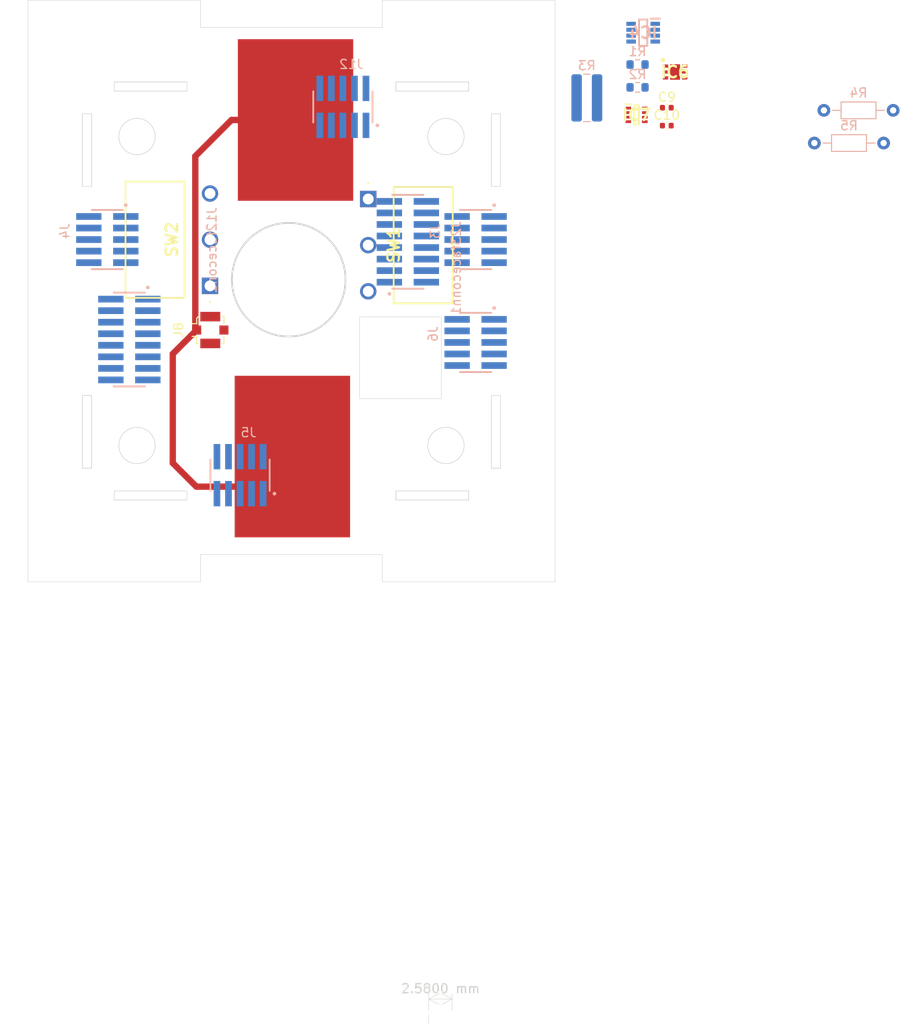
<source format=kicad_pcb>
(kicad_pcb (version 20221018) (generator pcbnew)
  (layers (0 "F.Cu" signal) (31 "B.Cu" signal) (34 "B.Paste" user) (35 "F.Paste" user) (36 "B.SilkS" user "B.Silkscreen") (37 "F.SilkS" user "F.Silkscreen") (38 "B.Mask" user) (39 "F.Mask" user) (44 "Edge.Cuts" user))
  (net 0 "")
  (net 1 "GND")
  (net 2 "+1V8")
  (net 3 "VMPPT")
  (net 4 "Battery +")
  (net 5 "SCL(1)")
  (net 6 "SDA(1)")
  (net 7 "SCL(2)")
  (net 8 "SDA(2) ")
  (net 12 "SDA(2)")
  (net 13 "PWM1(1)")
  (net 14 "PWM1(2)")
  (net 15 "PWM2(1)")
  (net 16 "1.8V")
  (net 17 "DRV ENABLE 3")
  (net 18 "DRV ENABLE 2")
  (net 19 "DRV ENABLE 1")
  (net 20 "PWM2(5)")
  (net 21 "MPPT ENABLE ")
  (net 22 "PWM1(5)")
  (net 23 "DRV ENABLE 5")
  (net 24 "PWM2(2) ")
  (net 25 "PWM1(3)")
  (net 26 "PWM2(3)")
  (net 27 "PWM1(4)")
  (net 28 "PWM2(4)")
  (net 29 "DRV ENABLE 4")
  (net 30 "RF ANTENNA")
  (net 31 "Net-(Q1-E)")
  (net 32 "Net-(Q1-B)")
  (net 33 "Net-(Q2-E)")
  (net 34 "Net-(Q2-B)")
  (net 35 "MCU ENABLE 2")
  (net 36 "MCU ENABLE 1")
  (net 37 "VBAT+")
  (footprint "Light:SOTFL50P190X60-8N" (layer "F.Cu") (at 179.975 31.618)
    (fp_text reference "IC7" (at 0 0) (layer "F.SilkS") (effects (font (size 1.27 1.27) (thickness 0.254))))
    (fp_text value "OPT4048DTSR" hide)
    (fp_line (start -1.22 -1.15) (end -0.6 -1.15) (stroke (width 0.2)) (layer "F.SilkS"))
    (fp_line (start -0.25 -1.05) (end 0.25 -1.05) (stroke (width 0.2)) (layer "F.SilkS"))
    (fp_line (start -0.25 1.05) (end -0.25 -1.05) (stroke (width 0.2)) (layer "F.SilkS"))
    (fp_line (start 0.25 -1.05) (end 0.25 1.05) (stroke (width 0.2)) (layer "F.SilkS"))
    (fp_line (start 0.25 1.05) (end -0.25 1.05) (stroke (width 0.2)) (layer "F.SilkS"))
    (pad "1" smd rect (at -0.91 -0.75 90) (size 0.3 0.62) (layers "F.Cu" "F.Paste" "F.Mask") (net 2 "+1V8"))
    (pad "2" smd rect (at -0.91 -0.25 90) (size 0.3 0.62) (layers "F.Cu" "F.Paste" "F.Mask") (net 1 "GND"))
    (pad "3" smd rect (at -0.91 0.25 90) (size 0.3 0.62) (layers "F.Cu" "F.Paste" "F.Mask"))
    (pad "4" smd rect (at -0.91 0.75 90) (size 0.3 0.62) (layers "F.Cu" "F.Paste" "F.Mask") (net 1 "GND"))
    (pad "5" smd rect (at 0.91 0.75 90) (size 0.3 0.62) (layers "F.Cu" "F.Paste" "F.Mask") (net 7 "SCL(2)"))
    (pad "6" smd rect (at 0.91 0.25 90) (size 0.3 0.62) (layers "F.Cu" "F.Paste" "F.Mask"))
    (pad "7" smd rect (at 0.91 -0.25 90) (size 0.3 0.62) (layers "F.Cu" "F.Paste" "F.Mask"))
    (pad "8" smd rect (at 0.91 -0.75 90) (size 0.3 0.62) (layers "F.Cu" "F.Paste" "F.Mask") (net 12 "SDA(2)"))
  )
  (footprint "Capacitor_SMD:C_0402_1005Metric" (layer "F.Cu") (at 183.305 32.798)
    (fp_text reference "C10" (at 0 -1.16) (layer "F.SilkS"))
    (fp_text value "0.1uF")
    (fp_line (start -0.107836 -0.36) (end 0.107836 -0.36) (stroke (width 0.12)) (layer "F.SilkS"))
    (fp_line (start -0.107836 0.36) (end 0.107836 0.36) (stroke (width 0.12)) (layer "F.SilkS"))
    (pad "1" smd roundrect (at -0.48 0) (size 0.56 0.62) (layers "F.Cu" "F.Paste" "F.Mask") (net 1 "GND"))
    (pad "2" smd roundrect (at 0.48 0) (size 0.56 0.62) (layers "F.Cu" "F.Paste" "F.Mask") (net 2 "+1V8"))
  )
  (footprint "Connector_Coaxial:U.FL_Molex_MCRF_73412-0110_Vertical" (layer "F.Cu") (at 133.068 55.294 -90)
    (fp_text reference "J8" (at 0 3.5 -270) (layer "F.SilkS"))
    (fp_text value "Conn_Coaxial")
    (fp_line (start -1.5 -1.5) (end -0.7 -1.5) (stroke (width 0.12)) (layer "F.SilkS"))
    (fp_line (start -1.5 -1.3) (end -1.5 -1.5) (stroke (width 0.12)) (layer "F.SilkS"))
    (fp_line (start -1.3 1.5) (end -1.5 1.3) (stroke (width 0.12)) (layer "F.SilkS"))
    (fp_line (start -0.7 1.5) (end -1.3 1.5) (stroke (width 0.12)) (layer "F.SilkS"))
    (fp_line (start -0.7 1.5) (end -0.7 2) (stroke (width 0.12)) (layer "F.SilkS"))
    (fp_line (start 0.7 -1.5) (end 1.5 -1.5) (stroke (width 0.12)) (layer "F.SilkS"))
    (fp_line (start 0.7 1.5) (end 0.7 2) (stroke (width 0.12)) (layer "F.SilkS"))
    (fp_line (start 1.5 -1.5) (end 1.5 -1.3) (stroke (width 0.12)) (layer "F.SilkS"))
    (fp_line (start 1.5 1.3) (end 1.5 1.5) (stroke (width 0.12)) (layer "F.SilkS"))
    (fp_line (start 1.5 1.5) (end 0.7 1.5) (stroke (width 0.12)) (layer "F.SilkS"))
    (pad "1" smd rect (at 0 1.5 270) (size 1 1) (layers "F.Cu" "F.Paste" "F.Mask") (net 30 "RF ANTENNA"))
    (pad "2" smd rect (at -1.475 0 270) (size 1.05 2.2) (layers "F.Cu" "F.Paste" "F.Mask") (net 1 "GND"))
    (pad "2" smd rect (at 0 -1.5 270) (size 1 1) (layers "F.Cu" "F.Paste" "F.Mask") (net 1 "GND"))
    (pad "2" smd rect (at 1.475 0 270) (size 1.05 2.2) (layers "F.Cu" "F.Paste" "F.Mask") (net 1 "GND"))
  )
  (footprint "Switch:D2FA1" (layer "F.Cu") (at 133.035 50.432 90)
    (fp_text reference "SW2" (at 5.08 -4.2 90) (layer "F.SilkS") (effects (font (size 1.27 1.27) (thickness 0.254))))
    (fp_text value "SW_SPDT" hide)
    (fp_line (start -1.8 0) (end -1.8 0) (stroke (width 0.1)) (layer "F.SilkS"))
    (fp_line (start -1.7 0) (end -1.7 0) (stroke (width 0.1)) (layer "F.SilkS"))
    (fp_line (start -1.32 -9.3) (end 11.48 -9.3) (stroke (width 0.2)) (layer "F.SilkS"))
    (fp_line (start -1.32 -2.8) (end -1.32 -9.3) (stroke (width 0.2)) (layer "F.SilkS"))
    (fp_line (start 11.48 -9.3) (end 11.48 -2.8) (stroke (width 0.2)) (layer "F.SilkS"))
    (fp_line (start 11.48 -2.8) (end -1.32 -2.8) (stroke (width 0.2)) (layer "F.SilkS"))
    (fp_arc (start -1.8 0) (mid -1.75 -0.05) (end -1.7 0) (stroke (width 0.1)) (layer "F.SilkS"))
    (fp_arc (start -1.7 0) (mid -1.75 0.05) (end -1.8 0) (stroke (width 0.1)) (layer "F.SilkS"))
    (pad "1" thru_hole rect (at 0 0 90) (size 1.8 1.8) (drill 1.2) (layers "*.Cu" "*.Mask") (net 4 "Battery +"))
    (pad "2" thru_hole circle (at 5.08 0 90) (size 1.8 1.8) (drill 1.2) (layers "*.Cu" "*.Mask") (net 37 "VBAT+"))
    (pad "3" thru_hole circle (at 10.16 0 90) (size 1.8 1.8) (drill 1.2) (layers "*.Cu" "*.Mask"))
  )
  (footprint "PICO TRANSISTOR:antenna" (layer "F.Cu") (at 142.1 67.95 -90)
    (fp_text reference "U2" hide)
    (fp_text value "~")
    (pad "1" smd rect (at 1.27 0 270) (size 17.78 12.7) (layers "F.Cu" "F.Paste" "F.Mask") (net 30 "RF ANTENNA"))
  )
  (footprint "Switch:D2FA1" (layer "F.Cu") (at 150.448 40.876 -90)
    (fp_text reference locked "SW1" (at 5.08 -2.8 90) (layer "F.SilkS") (effects (font (size 1.27 1.27) (thickness 0.254))))
    (fp_text value "SW_SPDT" hide)
    (fp_line (start -1.8 0) (end -1.8 0) (stroke (width 0.1)) (layer "F.SilkS"))
    (fp_line (start -1.7 0) (end -1.7 0) (stroke (width 0.1)) (layer "F.SilkS"))
    (fp_line (start -1.32 -9.3) (end 11.48 -9.3) (stroke (width 0.2)) (layer "F.SilkS"))
    (fp_line (start -1.32 -2.8) (end -1.32 -9.3) (stroke (width 0.2)) (layer "F.SilkS"))
    (fp_line (start 11.48 -9.3) (end 11.48 -2.8) (stroke (width 0.2)) (layer "F.SilkS"))
    (fp_line (start 11.48 -2.8) (end -1.32 -2.8) (stroke (width 0.2)) (layer "F.SilkS"))
    (fp_arc (start -1.8 0) (mid -1.75 -0.05) (end -1.7 0) (stroke (width 0.1)) (layer "F.SilkS"))
    (fp_arc (start -1.7 0) (mid -1.75 0.05) (end -1.8 0) (stroke (width 0.1)) (layer "F.SilkS"))
    (pad "1" thru_hole rect (at 0 0 270) (size 1.8 1.8) (drill 1.2) (layers "*.Cu" "*.Mask") (net 4 "Battery +"))
    (pad "2" thru_hole circle (at 5.08 0 270) (size 1.8 1.8) (drill 1.2) (layers "*.Cu" "*.Mask") (net 37 "VBAT+"))
    (pad "3" thru_hole circle (at 10.16 0 270) (size 1.8 1.8) (drill 1.2) (layers "*.Cu" "*.Mask"))
  )
  (footprint "PICO TRANSISTOR:antenna" (layer "F.Cu") (at 142.45 33.45 90)
    (fp_text reference "U2" hide)
    (fp_text value "~")
    (pad "1" smd rect (at 1.27 0 90) (size 17.78 12.7) (layers "F.Cu" "F.Paste" "F.Mask") (net 30 "RF ANTENNA"))
  )
  (footprint "Temp:SON65P200X200X80-7N" (layer "F.Cu") (at 184.215 26.898)
    (fp_text reference "IC6" (at 0 0) (layer "F.SilkS") (effects (font (size 1.27 1.27) (thickness 0.254))))
    (fp_text value "TMP117MAIDRVR" hide)
    (fp_circle (center -1.35 -1.325) (end -1.35 -1.2) (stroke (width 0.25)) (fill none) (layer "F.SilkS"))
    (pad "1" smd rect (at -1.05 -0.65 90) (size 0.35 0.6) (layers "F.Cu" "F.Paste" "F.Mask") (net 7 "SCL(2)"))
    (pad "2" smd rect (at -1.05 0 90) (size 0.35 0.6) (layers "F.Cu" "F.Paste" "F.Mask") (net 1 "GND"))
    (pad "3" smd rect (at -1.05 0.65 90) (size 0.35 0.6) (layers "F.Cu" "F.Paste" "F.Mask") (net 1 "GND"))
    (pad "4" smd rect (at 1.05 0.65 90) (size 0.35 0.6) (layers "F.Cu" "F.Paste" "F.Mask") (net 1 "GND"))
    (pad "5" smd rect (at 1.05 0 90) (size 0.35 0.6) (layers "F.Cu" "F.Paste" "F.Mask") (net 2 "+1V8"))
    (pad "6" smd rect (at 1.05 -0.65 90) (size 0.35 0.6) (layers "F.Cu" "F.Paste" "F.Mask") (net 8 "SDA(2) "))
    (pad "7" smd rect (at 0 0) (size 1.1 1.7) (layers "F.Cu" "F.Paste" "F.Mask") (net 1 "GND"))
  )
  (footprint "Capacitor_SMD:C_0402_1005Metric" (layer "F.Cu") (at 183.305 30.828)
    (fp_text reference "C9" (at 0 -1.16) (layer "F.SilkS"))
    (fp_text value "0.1uF")
    (fp_line (start -0.107836 -0.36) (end 0.107836 -0.36) (stroke (width 0.12)) (layer "F.SilkS"))
    (fp_line (start -0.107836 0.36) (end 0.107836 0.36) (stroke (width 0.12)) (layer "F.SilkS"))
    (pad "1" smd roundrect (at -0.48 0) (size 0.56 0.62) (layers "F.Cu" "F.Paste" "F.Mask") (net 1 "GND"))
    (pad "2" smd roundrect (at 0.48 0) (size 0.56 0.62) (layers "F.Cu" "F.Paste" "F.Mask") (net 2 "+1V8"))
  )
  (footprint "FTSH-105-01-L-DV:SAMTEC_FTSH-105-XX-X-DV" (layer "B.Cu") (at 147.66 30.735 180)
    (fp_text reference "J12" (at -0.931 4.681) (layer "B.SilkS") (effects (justify mirror)))
    (fp_text value "FTSH-105-XX-X-DV")
    (fp_line (start -3.26 1.715) (end -3.26 -1.715) (stroke (width 0.2)) (layer "B.SilkS"))
    (fp_line (start 3.26 -1.715) (end 3.26 1.715) (stroke (width 0.2)) (layer "B.SilkS"))
    (fp_circle (center -3.79 -2.035) (end -3.69 -2.035) (stroke (width 0.2)) (fill none) (layer "B.SilkS"))
    (pad "01" smd rect locked (at -2.54 -2.035 180) (size 0.74 2.79) (layers "B.Cu" "B.Paste" "B.Mask") (net 27 "PWM1(4)"))
    (pad "02" smd rect locked (at -2.54 2.035 180) (size 0.74 2.79) (layers "B.Cu" "B.Paste" "B.Mask") (net 28 "PWM2(4)"))
    (pad "03" smd rect locked (at -1.27 -2.035 180) (size 0.74 2.79) (layers "B.Cu" "B.Paste" "B.Mask") (net 4 "Battery +"))
    (pad "04" smd rect locked (at -1.27 2.035 180) (size 0.74 2.79) (layers "B.Cu" "B.Paste" "B.Mask") (net 29 "DRV ENABLE 4"))
    (pad "05" smd rect locked (at 0 -2.035 180) (size 0.74 2.79) (layers "B.Cu" "B.Paste" "B.Mask") (net 6 "SDA(1)"))
    (pad "06" smd rect locked (at 0 2.035 180) (size 0.74 2.79) (layers "B.Cu" "B.Paste" "B.Mask") (net 21 "MPPT ENABLE "))
    (pad "07" smd rect locked (at 1.27 -2.035 180) (size 0.74 2.79) (layers "B.Cu" "B.Paste" "B.Mask") (net 16 "1.8V"))
    (pad "08" smd rect locked (at 1.27 2.035 180) (size 0.74 2.79) (layers "B.Cu" "B.Paste" "B.Mask") (net 5 "SCL(1)"))
    (pad "09" smd rect locked (at 2.54 -2.035 180) (size 0.74 2.79) (layers "B.Cu" "B.Paste" "B.Mask") (net 1 "GND"))
    (pad "10" smd rect locked (at 2.54 2.035 180) (size 0.74 2.79) (layers "B.Cu" "B.Paste" "B.Mask") (net 3 "VMPPT"))
  )
  (footprint "Resistor_THT:R_Axial_DIN0204_L3.6mm_D1.6mm_P7.62mm_Horizontal" (layer "B.Cu") (at 207.165 34.718 180)
    (fp_text reference "R5" (at 3.81 1.92) (layer "B.SilkS") (effects (justify mirror)))
    (fp_text value "R_Small_US")
    (fp_line (start 0.94 0) (end 1.89 0) (stroke (width 0.12)) (layer "B.SilkS"))
    (fp_line (start 1.89 -0.92) (end 5.73 -0.92) (stroke (width 0.12)) (layer "B.SilkS"))
    (fp_line (start 1.89 0.92) (end 1.89 -0.92) (stroke (width 0.12)) (layer "B.SilkS"))
    (fp_line (start 5.73 -0.92) (end 5.73 0.92) (stroke (width 0.12)) (layer "B.SilkS"))
    (fp_line (start 5.73 0.92) (end 1.89 0.92) (stroke (width 0.12)) (layer "B.SilkS"))
    (fp_line (start 6.68 0) (end 5.73 0) (stroke (width 0.12)) (layer "B.SilkS"))
    (pad "1" thru_hole circle (at 0 0 180) (size 1.4 1.4) (drill 0.7) (layers "*.Cu" "*.Mask") (net 33 "Net-(Q2-E)"))
    (pad "2" thru_hole oval (at 7.62 0 180) (size 1.4 1.4) (drill 0.7) (layers "*.Cu" "*.Mask") (net 1 "GND"))
  )
  (footprint "Curren sensro:SOP65P280X110-8N" (layer "B.Cu") (at 180.705 22.573 180)
    (fp_text reference "IC4" (at 0 0) (layer "B.SilkS") (effects (font (size 1.27 1.27) (thickness 0.254)) (justify mirror)))
    (fp_text value "INA236AIDDFR" hide)
    (fp_line (start -1.85 1.55) (end -0.8 1.55) (stroke (width 0.2)) (layer "B.SilkS"))
    (fp_line (start -0.45 -1.45) (end -0.45 1.45) (stroke (width 0.2)) (layer "B.SilkS"))
    (fp_line (start -0.45 1.45) (end 0.45 1.45) (stroke (width 0.2)) (layer "B.SilkS"))
    (fp_line (start 0.45 -1.45) (end -0.45 -1.45) (stroke (width 0.2)) (layer "B.SilkS"))
    (fp_line (start 0.45 1.45) (end 0.45 -1.45) (stroke (width 0.2)) (layer "B.SilkS"))
    (pad "1" smd rect (at -1.325 0.975 90) (size 0.45 1.05) (layers "B.Cu" "B.Paste" "B.Mask") (net 3 "VMPPT"))
    (pad "2" smd rect (at -1.325 0.325 90) (size 0.45 1.05) (layers "B.Cu" "B.Paste" "B.Mask") (net 4 "Battery +"))
    (pad "3" smd rect (at -1.325 -0.325 90) (size 0.45 1.05) (layers "B.Cu" "B.Paste" "B.Mask") (net 1 "GND"))
    (pad "4" smd rect (at -1.325 -0.975 90) (size 0.45 1.05) (layers "B.Cu" "B.Paste" "B.Mask") (net 2 "+1V8"))
    (pad "5" smd rect (at 1.325 -0.975 90) (size 0.45 1.05) (layers "B.Cu" "B.Paste" "B.Mask") (net 5 "SCL(1)"))
    (pad "6" smd rect (at 1.325 -0.325 90) (size 0.45 1.05) (layers "B.Cu" "B.Paste" "B.Mask") (net 6 "SDA(1)"))
    (pad "7" smd rect (at 1.325 0.325 90) (size 0.45 1.05) (layers "B.Cu" "B.Paste" "B.Mask") (net 1 "GND"))
    (pad "8" smd rect (at 1.325 0.975 90) (size 0.45 1.05) (layers "B.Cu" "B.Paste" "B.Mask") (net 1 "GND"))
  )
  (footprint "Header:SAMTEC_FTSH-105-XX-X-DV" (layer "B.Cu") (at 162.265 56.66 -90)
    (fp_text reference "J6" (at -0.931 4.681 90) (layer "B.SilkS") (effects (justify mirror)))
    (fp_text value "FTSH-105-XX-X-DV")
    (fp_line (start -3.26 1.715) (end -3.26 -1.715) (stroke (width 0.2)) (layer "B.SilkS"))
    (fp_line (start 3.26 -1.715) (end 3.26 1.715) (stroke (width 0.2)) (layer "B.SilkS"))
    (fp_circle (center -3.79 -2.035) (end -3.69 -2.035) (stroke (width 0.2)) (fill none) (layer "B.SilkS"))
    (pad "01" smd rect locked (at -2.54 -2.035 270) (size 0.74 2.79) (layers "B.Cu" "B.Paste" "B.Mask") (net 25 "PWM1(3)"))
    (pad "02" smd rect locked (at -2.54 2.035 270) (size 0.74 2.79) (layers "B.Cu" "B.Paste" "B.Mask") (net 26 "PWM2(3)"))
    (pad "03" smd rect locked (at -1.27 -2.035 270) (size 0.74 2.79) (layers "B.Cu" "B.Paste" "B.Mask") (net 4 "Battery +"))
    (pad "04" smd rect locked (at -1.27 2.035 270) (size 0.74 2.79) (layers "B.Cu" "B.Paste" "B.Mask") (net 17 "DRV ENABLE 3"))
    (pad "05" smd rect locked (at 0 -2.035 270) (size 0.74 2.79) (layers "B.Cu" "B.Paste" "B.Mask") (net 6 "SDA(1)"))
    (pad "06" smd rect locked (at 0 2.035 270) (size 0.74 2.79) (layers "B.Cu" "B.Paste" "B.Mask") (net 21 "MPPT ENABLE "))
    (pad "07" smd rect locked (at 1.27 -2.035 270) (size 0.74 2.79) (layers "B.Cu" "B.Paste" "B.Mask") (net 16 "1.8V"))
    (pad "08" smd rect locked (at 1.27 2.035 270) (size 0.74 2.79) (layers "B.Cu" "B.Paste" "B.Mask") (net 5 "SCL(1)"))
    (pad "09" smd rect locked (at 2.54 -2.035 270) (size 0.74 2.79) (layers "B.Cu" "B.Paste" "B.Mask") (net 1 "GND"))
    (pad "10" smd rect locked (at 2.54 2.035 270) (size 0.74 2.79) (layers "B.Cu" "B.Paste" "B.Mask") (net 3 "VMPPT"))
  )
  (footprint "Header:SAMTEC_FTSH-105-XX-X-DV" (layer "B.Cu") (at 162.265 45.34 -90)
    (fp_text reference "J3" (at -0.931 4.431 90) (layer "B.SilkS") (effects (justify mirror)))
    (fp_text value "FTSH-105-XX-X-DV")
    (fp_line (start -3.26 1.715) (end -3.26 -1.715) (stroke (width 0.2)) (layer "B.SilkS"))
    (fp_line (start 3.26 -1.715) (end 3.26 1.715) (stroke (width 0.2)) (layer "B.SilkS"))
    (fp_circle (center -3.79 -2.035) (end -3.69 -2.035) (stroke (width 0.2)) (fill none) (layer "B.SilkS"))
    (pad "01" smd rect locked (at -2.54 -2.035 270) (size 0.74 2.79) (layers "B.Cu" "B.Paste" "B.Mask") (net 22 "PWM1(5)"))
    (pad "02" smd rect locked (at -2.54 2.035 270) (size 0.74 2.79) (layers "B.Cu" "B.Paste" "B.Mask") (net 20 "PWM2(5)"))
    (pad "03" smd rect locked (at -1.27 -2.035 270) (size 0.74 2.79) (layers "B.Cu" "B.Paste" "B.Mask") (net 4 "Battery +"))
    (pad "04" smd rect locked (at -1.27 2.035 270) (size 0.74 2.79) (layers "B.Cu" "B.Paste" "B.Mask") (net 23 "DRV ENABLE 5"))
    (pad "05" smd rect locked (at 0 -2.035 270) (size 0.74 2.79) (layers "B.Cu" "B.Paste" "B.Mask") (net 12 "SDA(2)"))
    (pad "06" smd rect locked (at 0 2.035 270) (size 0.74 2.79) (layers "B.Cu" "B.Paste" "B.Mask") (net 21 "MPPT ENABLE "))
    (pad "07" smd rect locked (at 1.27 -2.035 270) (size 0.74 2.79) (layers "B.Cu" "B.Paste" "B.Mask") (net 16 "1.8V"))
    (pad "08" smd rect locked (at 1.27 2.035 270) (size 0.74 2.79) (layers "B.Cu" "B.Paste" "B.Mask") (net 7 "SCL(2)"))
    (pad "09" smd rect locked (at 2.54 -2.035 270) (size 0.74 2.79) (layers "B.Cu" "B.Paste" "B.Mask") (net 1 "GND"))
    (pad "10" smd rect locked (at 2.54 2.035 270) (size 0.74 2.79) (layers "B.Cu" "B.Paste" "B.Mask") (net 3 "VMPPT"))
  )
  (footprint "Header:SAMTEC_FTSH-105-XX-X-DV" (layer "B.Cu") (at 136.34 71.265 180)
    (fp_text reference "J5" (at -0.931 4.681) (layer "B.SilkS") (effects (justify mirror)))
    (fp_text value "FTSH-105-XX-X-DV")
    (fp_line (start -3.26 1.715) (end -3.26 -1.715) (stroke (width 0.2)) (layer "B.SilkS"))
    (fp_line (start 3.26 -1.715) (end 3.26 1.715) (stroke (width 0.2)) (layer "B.SilkS"))
    (fp_circle (center -3.79 -2.035) (end -3.69 -2.035) (stroke (width 0.2)) (fill none) (layer "B.SilkS"))
    (pad "01" smd rect locked (at -2.54 -2.035 180) (size 0.74 2.79) (layers "B.Cu" "B.Paste" "B.Mask") (net 14 "PWM1(2)"))
    (pad "02" smd rect locked (at -2.54 2.035 180) (size 0.74 2.79) (layers "B.Cu" "B.Paste" "B.Mask") (net 24 "PWM2(2) "))
    (pad "03" smd rect locked (at -1.27 -2.035 180) (size 0.74 2.79) (layers "B.Cu" "B.Paste" "B.Mask") (net 4 "Battery +"))
    (pad "04" smd rect locked (at -1.27 2.035 180) (size 0.74 2.79) (layers "B.Cu" "B.Paste" "B.Mask") (net 18 "DRV ENABLE 2"))
    (pad "05" smd rect locked (at 0 -2.035 180) (size 0.74 2.79) (layers "B.Cu" "B.Paste" "B.Mask") (net 6 "SDA(1)"))
    (pad "06" smd rect locked (at 0 2.035 180) (size 0.74 2.79) (layers "B.Cu" "B.Paste" "B.Mask") (net 21 "MPPT ENABLE "))
    (pad "07" smd rect locked (at 1.27 -2.035 180) (size 0.74 2.79) (layers "B.Cu" "B.Paste" "B.Mask") (net 16 "1.8V"))
    (pad "08" smd rect locked (at 1.27 2.035 180) (size 0.74 2.79) (layers "B.Cu" "B.Paste" "B.Mask") (net 5 "SCL(1)"))
    (pad "09" smd rect locked (at 2.54 -2.035 180) (size 0.74 2.79) (layers "B.Cu" "B.Paste" "B.Mask") (net 1 "GND"))
    (pad "10" smd rect locked (at 2.54 2.035 180) (size 0.74 2.79) (layers "B.Cu" "B.Paste" "B.Mask") (net 3 "VMPPT"))
  )
  (footprint "Resistor_SMD:R_0603_1608Metric" (layer "B.Cu") (at 180.085 28.588 180)
    (fp_text reference "R2" (at 0 1.43) (layer "B.SilkS") (effects (justify mirror)))
    (fp_text value "R_Small_US")
    (fp_line (start -0.237258 -0.5225) (end 0.237258 -0.5225) (stroke (width 0.12)) (layer "B.SilkS"))
    (fp_line (start -0.237258 0.5225) (end 0.237258 0.5225) (stroke (width 0.12)) (layer "B.SilkS"))
    (pad "1" smd roundrect (at -0.825 0 180) (size 0.8 0.95) (layers "B.Cu" "B.Paste" "B.Mask") (net 36 "MCU ENABLE 1"))
    (pad "2" smd roundrect (at 0.825 0 180) (size 0.8 0.95) (layers "B.Cu" "B.Paste" "B.Mask") (net 34 "Net-(Q2-B)"))
  )
  (footprint "Resistor_THT:R_Axial_DIN0204_L3.6mm_D1.6mm_P7.62mm_Horizontal" (layer "B.Cu") (at 208.215 31.118 180)
    (fp_text reference "R4" (at 3.81 1.92) (layer "B.SilkS") (effects (justify mirror)))
    (fp_text value "R_Small_US")
    (fp_line (start 0.94 0) (end 1.89 0) (stroke (width 0.12)) (layer "B.SilkS"))
    (fp_line (start 1.89 -0.92) (end 5.73 -0.92) (stroke (width 0.12)) (layer "B.SilkS"))
    (fp_line (start 1.89 0.92) (end 1.89 -0.92) (stroke (width 0.12)) (layer "B.SilkS"))
    (fp_line (start 5.73 -0.92) (end 5.73 0.92) (stroke (width 0.12)) (layer "B.SilkS"))
    (fp_line (start 5.73 0.92) (end 1.89 0.92) (stroke (width 0.12)) (layer "B.SilkS"))
    (fp_line (start 6.68 0) (end 5.73 0) (stroke (width 0.12)) (layer "B.SilkS"))
    (pad "1" thru_hole circle (at 0 0 180) (size 1.4 1.4) (drill 0.7) (layers "*.Cu" "*.Mask") (net 31 "Net-(Q1-E)"))
    (pad "2" thru_hole oval (at 7.62 0 180) (size 1.4 1.4) (drill 0.7) (layers "*.Cu" "*.Mask") (net 1 "GND"))
  )
  (footprint "Header:SAMTEC_FTSH-105-XX-X-DV" (layer "B.Cu") (at 121.735 45.34 -90)
    (fp_text reference "J4" (at -0.931 4.681 90) (layer "B.SilkS") (effects (justify mirror)))
    (fp_text value "FTSH-105-XX-X-DV")
    (fp_line (start -3.26 1.715) (end -3.26 -1.715) (stroke (width 0.2)) (layer "B.SilkS"))
    (fp_line (start 3.26 -1.715) (end 3.26 1.715) (stroke (width 0.2)) (layer "B.SilkS"))
    (fp_circle (center -3.79 -2.035) (end -3.69 -2.035) (stroke (width 0.2)) (fill none) (layer "B.SilkS"))
    (pad "01" smd rect locked (at -2.54 -2.035 270) (size 0.74 2.79) (layers "B.Cu" "B.Paste" "B.Mask") (net 13 "PWM1(1)"))
    (pad "02" smd rect locked (at -2.54 2.035 270) (size 0.74 2.79) (layers "B.Cu" "B.Paste" "B.Mask") (net 15 "PWM2(1)"))
    (pad "03" smd rect locked (at -1.27 -2.035 270) (size 0.74 2.79) (layers "B.Cu" "B.Paste" "B.Mask") (net 4 "Battery +"))
    (pad "04" smd rect locked (at -1.27 2.035 270) (size 0.74 2.79) (layers "B.Cu" "B.Paste" "B.Mask") (net 19 "DRV ENABLE 1"))
    (pad "05" smd rect locked (at 0 -2.035 270) (size 0.74 2.79) (layers "B.Cu" "B.Paste" "B.Mask") (net 6 "SDA(1)"))
    (pad "06" smd rect locked (at 0 2.035 270) (size 0.74 2.79) (layers "B.Cu" "B.Paste" "B.Mask") (net 21 "MPPT ENABLE "))
    (pad "07" smd rect locked (at 1.27 -2.035 270) (size 0.74 2.79) (layers "B.Cu" "B.Paste" "B.Mask") (net 16 "1.8V"))
    (pad "08" smd rect locked (at 1.27 2.035 270) (size 0.74 2.79) (layers "B.Cu" "B.Paste" "B.Mask") (net 5 "SCL(1)"))
    (pad "09" smd rect locked (at 2.54 -2.035 270) (size 0.74 2.79) (layers "B.Cu" "B.Paste" "B.Mask") (net 1 "GND"))
    (pad "10" smd rect locked (at 2.54 2.035 270) (size 0.74 2.79) (layers "B.Cu" "B.Paste" "B.Mask") (net 3 "VMPPT"))
  )
  (footprint "Resistor_SMD:R_1020_2550Metric" (layer "B.Cu") (at 174.505 29.748 180)
    (fp_text reference "R3" (at 0 3.55) (layer "B.SilkS") (effects (justify mirror)))
    (fp_text value "20m")
    (fp_line (start -0.361252 -2.61) (end 0.361252 -2.61) (stroke (width 0.12)) (layer "B.SilkS"))
    (fp_line (start -0.361252 2.61) (end 0.361252 2.61) (stroke (width 0.12)) (layer "B.SilkS"))
    (pad "1" smd roundrect (at -1.125 0 180) (size 1.15 5.2) (layers "B.Cu" "B.Paste" "B.Mask") (roundrect_rratio 0.217391) (net 3 "VMPPT"))
    (pad "2" smd roundrect (at 1.125 0 180) (size 1.15 5.2) (layers "B.Cu" "B.Paste" "B.Mask") (roundrect_rratio 0.217391) (net 4 "Battery +"))
  )
  (footprint "Resistor_SMD:R_0603_1608Metric" (layer "B.Cu") (at 180.085 26.078 180)
    (fp_text reference "R1" (at 0 1.43) (layer "B.SilkS") (effects (justify mirror)))
    (fp_text value "R_Small_US")
    (fp_line (start -0.237258 -0.5225) (end 0.237258 -0.5225) (stroke (width 0.12)) (layer "B.SilkS"))
    (fp_line (start -0.237258 0.5225) (end 0.237258 0.5225) (stroke (width 0.12)) (layer "B.SilkS"))
    (pad "1" smd roundrect (at -0.825 0 180) (size 0.8 0.95) (layers "B.Cu" "B.Paste" "B.Mask") (net 35 "MCU ENABLE 2"))
    (pad "2" smd roundrect (at 0.825 0 180) (size 0.8 0.95) (layers "B.Cu" "B.Paste" "B.Mask") (net 32 "Net-(Q1-B)"))
  )
  (footprint "baseplate to pt b:SAMTEC_FW-08-03-G-D-335-065" (layer "B.Cu") (at 124.16 56.3385 -90)
    (fp_text reference "J12facecon1" (at -9.815591 -9.081591 90) (layer "B.SilkS") (effects (justify mirror)))
    (fp_text value "FLE-108-01-XX-DV")
    (fp_line (start -5.165 -1.715) (end -5.165 1.715) (stroke (width 0.2)) (layer "B.SilkS"))
    (fp_line (start 5.165 1.715) (end 5.165 -1.715) (stroke (width 0.2)) (layer "B.SilkS"))
    (fp_circle (center -5.73 -2.035) (end -5.63 -2.035) (stroke (width 0.2)) (fill none) (layer "B.SilkS"))
    (pad "01" smd rect (at -4.445 -2.035 270) (size 0.74 2.79) (layers "B.Cu" "B.Paste" "B.Mask") (net 19 "DRV ENABLE 1"))
    (pad "02" smd rect (at -4.445 2.035 270) (size 0.74 2.79) (layers "B.Cu" "B.Paste" "B.Mask") (net 5 "SCL(1)"))
    (pad "03" smd rect (at -3.175 -2.035 270) (size 0.74 2.79) (layers "B.Cu" "B.Paste" "B.Mask") (net 18 "DRV ENABLE 2"))
    (pad "04" smd rect (at -3.175 2.035 270) (size 0.74 2.79) (layers "B.Cu" "B.Paste" "B.Mask") (net 6 "SDA(1)"))
    (pad "05" smd rect (at -1.905 -2.035 270) (size 0.74 2.79) (layers "B.Cu" "B.Paste" "B.Mask") (net 35 "MCU ENABLE 2"))
    (pad "06" smd rect (at -1.905 2.035 270) (size 0.74 2.79) (layers "B.Cu" "B.Paste" "B.Mask") (net 21 "MPPT ENABLE "))
    (pad "07" smd rect (at -0.635 -2.035 270) (size 0.74 2.79) (layers "B.Cu" "B.Paste" "B.Mask") (net 36 "MCU ENABLE 1"))
    (pad "08" smd rect (at -0.635 2.035 270) (size 0.74 2.79) (layers "B.Cu" "B.Paste" "B.Mask") (net 4 "Battery +"))
    (pad "09" smd rect (at 0.635 -2.035 270) (size 0.74 2.79) (layers "B.Cu" "B.Paste" "B.Mask") (net 24 "PWM2(2) "))
    (pad "10" smd rect (at 0.635 2.035 270) (size 0.74 2.79) (layers "B.Cu" "B.Paste" "B.Mask") (net 13 "PWM1(1)"))
    (pad "11" smd rect (at 1.905 -2.035 270) (size 0.74 2.79) (layers "B.Cu" "B.Paste" "B.Mask") (net 14 "PWM1(2)"))
    (pad "12" smd rect (at 1.905 2.035 270) (size 0.74 2.79) (layers "B.Cu" "B.Paste" "B.Mask") (net 15 "PWM2(1)"))
    (pad "13" smd rect (at 3.175 -2.035 270) (size 0.74 2.79) (layers "B.Cu" "B.Paste" "B.Mask") (net 4 "Battery +"))
    (pad "14" smd rect (at 3.175 2.035 270) (size 0.74 2.79) (layers "B.Cu" "B.Paste" "B.Mask") (net 16 "1.8V"))
    (pad "15" smd rect (at 4.445 -2.035 270) (size 0.74 2.79) (layers "B.Cu" "B.Paste" "B.Mask") (net 1 "GND"))
    (pad "16" smd rect (at 4.445 2.035 270) (size 0.74 2.79) (layers "B.Cu" "B.Paste" "B.Mask") (net 1 "GND"))
  )
  (footprint "baseplate to pt b:SAMTEC_FW-08-03-G-D-335-065" (layer "B.Cu") (at 154.809 45.583 90)
    (fp_text reference "J23faceconn1" (at -2.905 5.315 90) (layer "B.SilkS") (effects (justify mirror)))
    (fp_text value "FLE-108-01-XX-DV")
    (fp_line (start -5.165 -1.715) (end -5.165 1.715) (stroke (width 0.2)) (layer "B.SilkS"))
    (fp_line (start 5.165 1.715) (end 5.165 -1.715) (stroke (width 0.2)) (layer "B.SilkS"))
    (fp_circle (center -5.73 -2.035) (end -5.63 -2.035) (stroke (width 0.2)) (fill none) (layer "B.SilkS"))
    (pad "01" smd rect (at -4.445 -2.035 90) (size 0.74 2.79) (layers "B.Cu" "B.Paste" "B.Mask") (net 28 "PWM2(4)"))
    (pad "02" smd rect (at -4.445 2.035 90) (size 0.74 2.79) (layers "B.Cu" "B.Paste" "B.Mask") (net 25 "PWM1(3)"))
    (pad "03" smd rect (at -3.175 -2.035 90) (size 0.74 2.79) (layers "B.Cu" "B.Paste" "B.Mask") (net 27 "PWM1(4)"))
    (pad "04" smd rect (at -3.175 2.035 90) (size 0.74 2.79) (layers "B.Cu" "B.Paste" "B.Mask") (net 26 "PWM2(3)"))
    (pad "05" smd rect (at -1.905 -2.035 90) (size 0.74 2.79) (layers "B.Cu" "B.Paste" "B.Mask") (net 37 "VBAT+"))
    (pad "06" smd rect (at -1.905 2.035 90) (size 0.74 2.79) (layers "B.Cu" "B.Paste" "B.Mask") (net 23 "DRV ENABLE 5"))
    (pad "07" smd rect (at -0.635 -2.035 90) (size 0.74 2.79) (layers "B.Cu" "B.Paste" "B.Mask") (net 3 "VMPPT"))
    (pad "08" smd rect (at -0.635 2.035 90) (size 0.74 2.79) (layers "B.Cu" "B.Paste" "B.Mask") (net 29 "DRV ENABLE 4"))
    (pad "09" smd rect (at 0.635 -2.035 90) (size 0.74 2.79) (layers "B.Cu" "B.Paste" "B.Mask") (net 22 "PWM1(5)"))
    (pad "10" smd rect (at 0.635 2.035 90) (size 0.74 2.79) (layers "B.Cu" "B.Paste" "B.Mask") (net 17 "DRV ENABLE 3"))
    (pad "11" smd rect (at 1.905 -2.035 90) (size 0.74 2.79) (layers "B.Cu" "B.Paste" "B.Mask") (net 16 "1.8V"))
    (pad "12" smd rect (at 1.905 2.035 90) (size 0.74 2.79) (layers "B.Cu" "B.Paste" "B.Mask") (net 7 "SCL(2)"))
    (pad "13" smd rect (at 3.175 -2.035 90) (size 0.74 2.79) (layers "B.Cu" "B.Paste" "B.Mask") (net 1 "GND"))
    (pad "14" smd rect (at 3.175 2.035 90) (size 0.74 2.79) (layers "B.Cu" "B.Paste" "B.Mask") (net 12 "SDA(2)"))
    (pad "15" smd rect (at 4.445 -2.035 90) (size 0.74 2.79) (layers "B.Cu" "B.Paste" "B.Mask") (net 1 "GND"))
    (pad "16" smd rect (at 4.445 2.035 90) (size 0.74 2.79) (layers "B.Cu" "B.Paste" "B.Mask") (net 20 "PWM2(5)"))
  )
  (gr_line (start 122.5 28) (end 130.5 28) (stroke (width 0.05)) (layer "Edge.Cuts"))
  (gr_line (start 153.5 73) (end 161.5 73) (stroke (width 0.05)) (layer "Edge.Cuts"))
  (gr_line (start 132 19) (end 113 19) (stroke (width 0.05)) (layer "Edge.Cuts"))
  (gr_line (start 130.5 74) (end 122.5 74) (stroke (width 0.05)) (layer "Edge.Cuts"))
  (gr_line (start 130.5 29) (end 122.5 29) (stroke (width 0.05)) (layer "Edge.Cuts"))
  (gr_line (start 165 31.5) (end 165 39.5) (stroke (width 0.05)) (layer "Edge.Cuts"))
  (gr_line (start 120 70.5) (end 119 70.5) (stroke (width 0.05)) (layer "Edge.Cuts"))
  (gr_line (start 119 31.5) (end 120 31.5) (stroke (width 0.05)) (layer "Edge.Cuts"))
  (gr_line (start 161.5 29) (end 153.5 29) (stroke (width 0.05)) (layer "Edge.Cuts"))
  (gr_line (start 130.5 28) (end 130.5 29) (stroke (width 0.05)) (layer "Edge.Cuts"))
  (gr_line (start 164 39.5) (end 164 31.5) (stroke (width 0.05)) (layer "Edge.Cuts"))
  (gr_line (start 152 83) (end 171 83) (stroke (width 0.05)) (layer "Edge.Cuts"))
  (gr_circle (center 125 34) (end 127 34) (stroke (width 0.05)) (fill none) (layer "Edge.Cuts"))
  (gr_line (start 132 22) (end 132 19) (stroke (width 0.05)) (layer "Edge.Cuts"))
  (gr_line (start 153.5 74) (end 153.5 73) (stroke (width 0.05)) (layer "Edge.Cuts"))
  (gr_line (start 122.5 73) (end 130.5 73) (stroke (width 0.05)) (layer "Edge.Cuts"))
  (gr_circle (center 125 68) (end 125 66) (stroke (width 0.05)) (fill none) (layer "Edge.Cuts"))
  (gr_line (start 161.5 73) (end 161.5 74) (stroke (width 0.05)) (layer "Edge.Cuts"))
  (gr_line (start 164 62.5) (end 165 62.5) (stroke (width 0.05)) (layer "Edge.Cuts"))
  (gr_circle (center 125 34) (end 127 34) (stroke (width 0.05)) (fill none) (layer "Edge.Cuts"))
  (gr_line (start 130.5 73) (end 130.5 74) (stroke (width 0.05)) (layer "Edge.Cuts"))
  (gr_line (start 157.1 130.65) (end 157.1 131.65) (stroke (width 0.05)) (layer "Edge.Cuts"))
  (gr_line (start 122.5 28) (end 130.5 28) (stroke (width 0.05)) (layer "Edge.Cuts"))
  (gr_line (start 120 39.5) (end 119 39.5) (stroke (width 0.05)) (layer "Edge.Cuts"))
  (gr_line (start 119 70.5) (end 119 62.5) (stroke (width 0.05)) (layer "Edge.Cuts"))
  (gr_line (start 120 62.5) (end 120 70.5) (stroke (width 0.05)) (layer "Edge.Cuts"))
  (gr_line (start 165 39.5) (end 164 39.5) (stroke (width 0.05)) (layer "Edge.Cuts"))
  (gr_line (start 161.5 28) (end 161.5 29) (stroke (width 0.05)) (layer "Edge.Cuts"))
  (gr_line (start 122.5 29) (end 122.5 28) (stroke (width 0.05)) (layer "Edge.Cuts"))
  (gr_line (start 120 39.5) (end 119 39.5) (stroke (width 0.05)) (layer "Edge.Cuts"))
  (gr_line (start 153.5 29) (end 153.5 28) (stroke (width 0.05)) (layer "Edge.Cuts"))
  (gr_line (start 164 39.5) (end 164 31.5) (stroke (width 0.05)) (layer "Edge.Cuts"))
  (gr_line (start 152 19) (end 171 19) (stroke (width 0.05)) (layer "Edge.Cuts"))
  (gr_line (start 130.5 28) (end 130.5 29) (stroke (width 0.05)) (layer "Edge.Cuts"))
  (gr_line (start 165 62.5) (end 165 70.5) (stroke (width 0.05)) (layer "Edge.Cuts"))
  (gr_line (start 161.5 74) (end 153.5 74) (stroke (width 0.05)) (layer "Edge.Cuts"))
  (gr_line (start 153.5 29) (end 153.5 28) (stroke (width 0.05)) (layer "Edge.Cuts"))
  (gr_line (start 122.5 73) (end 130.5 73) (stroke (width 0.05)) (layer "Edge.Cuts"))
  (gr_line (start 119 39.5) (end 119 31.5) (stroke (width 0.05)) (layer "Edge.Cuts"))
  (gr_line (start 120 70.5) (end 119 70.5) (stroke (width 0.05)) (layer "Edge.Cuts"))
  (gr_line (start 113 19) (end 113 83) (stroke (width 0.05)) (layer "Edge.Cuts"))
  (gr_line (start 165 70.5) (end 164 70.5) (stroke (width 0.05)) (layer "Edge.Cuts"))
  (gr_line (start 132 83) (end 132 80) (stroke (width 0.05)) (layer "Edge.Cuts"))
  (gr_rect (start 149.496 53.848) (end 158.496 62.848) (stroke (width 0.05)) (fill none) (layer "Edge.Cuts"))
  (gr_line (start 165 31.5) (end 165 39.5) (stroke (width 0.05)) (layer "Edge.Cuts"))
  (gr_line (start 153.5 74) (end 153.5 73) (stroke (width 0.05)) (layer "Edge.Cuts"))
  (gr_line (start 130.5 73) (end 130.5 74) (stroke (width 0.05)) (layer "Edge.Cuts"))
  (gr_line (start 122.5 29) (end 122.5 28) (stroke (width 0.05)) (layer "Edge.Cuts"))
  (gr_line (start 153.5 28) (end 161.5 28) (stroke (width 0.05)) (layer "Edge.Cuts"))
  (gr_line (start 165 70.5) (end 164 70.5) (stroke (width 0.05)) (layer "Edge.Cuts"))
  (gr_circle (center 141.696 49.753) (end 147.946 49.753) (stroke (width 0.2)) (fill none) (layer "Edge.Cuts"))
  (gr_line (start 164 31.5) (end 165 31.5) (stroke (width 0.05)) (layer "Edge.Cuts"))
  (gr_line (start 119 62.5) (end 120 62.5) (stroke (width 0.05)) (layer "Edge.Cuts"))
  (gr_line (start 119 39.5) (end 119 31.5) (stroke (width 0.05)) (layer "Edge.Cuts"))
  (gr_circle (center 125 68) (end 125 66) (stroke (width 0.05)) (fill none) (layer "Edge.Cuts"))
  (gr_line (start 119 31.5) (end 120 31.5) (stroke (width 0.05)) (layer "Edge.Cuts"))
  (gr_line (start 161.5 74) (end 153.5 74) (stroke (width 0.05)) (layer "Edge.Cuts"))
  (gr_line (start 164 70.5) (end 164 62.5) (stroke (width 0.05)) (layer "Edge.Cuts"))
  (gr_line (start 120 31.5) (end 120 39.5) (stroke (width 0.05)) (layer "Edge.Cuts"))
  (gr_line (start 165 62.5) (end 165 70.5) (stroke (width 0.05)) (layer "Edge.Cuts"))
  (gr_line (start 120 31.5) (end 120 39.5) (stroke (width 0.05)) (layer "Edge.Cuts"))
  (gr_line (start 161.5 28) (end 161.5 29) (stroke (width 0.05)) (layer "Edge.Cuts"))
  (gr_line (start 122.5 74) (end 122.5 73) (stroke (width 0.05)) (layer "Edge.Cuts"))
  (gr_line (start 130.5 29) (end 122.5 29) (stroke (width 0.05)) (layer "Edge.Cuts"))
  (gr_line (start 171 83) (end 171 19) (stroke (width 0.05)) (layer "Edge.Cuts"))
  (gr_line (start 161.5 73) (end 161.5 74) (stroke (width 0.05)) (layer "Edge.Cuts"))
  (gr_line (start 132 83) (end 113 83) (stroke (width 0.05)) (layer "Edge.Cuts"))
  (gr_line (start 152 80) (end 152 83) (stroke (width 0.05)) (layer "Edge.Cuts"))
  (gr_line (start 119 70.5) (end 119 62.5) (stroke (width 0.05)) (layer "Edge.Cuts"))
  (gr_circle (center 159 34) (end 159 36) (stroke (width 0.05)) (fill none) (layer "Edge.Cuts"))
  (gr_line (start 119 62.5) (end 120 62.5) (stroke (width 0.05)) (layer "Edge.Cuts"))
  (gr_line (start 120 62.5) (end 120 70.5) (stroke (width 0.05)) (layer "Edge.Cuts"))
  (gr_line (start 132 80) (end 152 80) (stroke (width 0.05)) (layer "Edge.Cuts"))
  (gr_line (start 152 22) (end 132 22) (stroke (width 0.05)) (layer "Edge.Cuts"))
  (gr_line (start 165 39.5) (end 164 39.5) (stroke (width 0.05)) (layer "Edge.Cuts"))
  (gr_line (start 130.5 74) (end 122.5 74) (stroke (width 0.05)) (layer "Edge.Cuts"))
  (gr_line (start 161.5 29) (end 153.5 29) (stroke (width 0.05)) (layer "Edge.Cuts"))
  (gr_line (start 152 19) (end 152 22) (stroke (width 0.05)) (layer "Edge.Cuts"))
  (gr_line (start 164 70.5) (end 164 62.5) (stroke (width 0.05)) (layer "Edge.Cuts"))
  (gr_circle (center 159 34) (end 159 36) (stroke (width 0.05)) (fill none) (layer "Edge.Cuts"))
  (gr_line (start 153.5 28) (end 161.5 28) (stroke (width 0.05)) (layer "Edge.Cuts"))
  (gr_line (start 164 31.5) (end 165 31.5) (stroke (width 0.05)) (layer "Edge.Cuts"))
  (gr_line (start 153.5 73) (end 161.5 73) (stroke (width 0.05)) (layer "Edge.Cuts"))
  (gr_circle (center 159 68) (end 157 68) (stroke (width 0.05)) (fill none) (layer "Edge.Cuts"))
  (gr_line (start 122.5 74) (end 122.5 73) (stroke (width 0.05)) (layer "Edge.Cuts"))
  (gr_circle (center 159 68) (end 157 68) (stroke (width 0.05)) (fill none) (layer "Edge.Cuts"))
  (dimension (type aligned) (layer "Edge.Cuts") (pts (xy 157.1 130.65) (xy 159.68 130.65)) (height -1.735) (gr_text "2.5800 mm" (at 158.39 127.765) (layer "Edge.Cuts") (effects (font (size 1 1) (thickness 0.15)))) (format (prefix "") (suffix "") (units 3) (units_format 1) (precision 4)) (style (thickness 0.05) (arrow_length 1.27) (text_position_mode 0) (extension_height 0.58642) (extension_offset 0.5) keep_text_aligned))
  (segment (start 142.45 32.18) (end 135.4 32.18) (width 0.7) (layer "F.Cu") (net 30))
  (segment (start 135.4 32.18) (end 131.418 36.162) (width 0.7) (layer "F.Cu") (net 30))
  (segment (start 131.418 55.144) (end 131.568 55.294) (width 0.7) (layer "F.Cu") (net 30))
  (segment (start 131.568 55.294) (end 128.937 57.925) (width 0.7) (layer "F.Cu") (net 30))
  (segment (start 131.537 72.529) (end 138.791 72.529) (width 0.7) (layer "F.Cu") (net 30))
  (segment (start 131.418 36.162) (end 131.418 55.144) (width 0.7) (layer "F.Cu") (net 30))
  (segment (start 128.937 57.925) (end 128.937 69.929) (width 0.7) (layer "F.Cu") (net 30))
  (segment (start 128.937 69.929) (end 131.537 72.529) (width 0.7) (layer "F.Cu") (net 30))
  (segment (start 138.791 72.529) (end 142.1 69.22) (width 0.7) (layer "F.Cu") (net 30))
)
</source>
